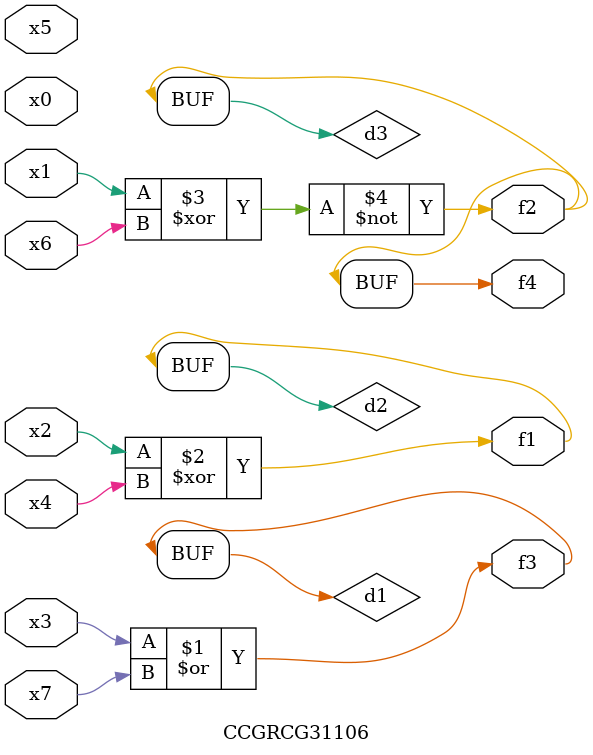
<source format=v>
module CCGRCG31106(
	input x0, x1, x2, x3, x4, x5, x6, x7,
	output f1, f2, f3, f4
);

	wire d1, d2, d3;

	or (d1, x3, x7);
	xor (d2, x2, x4);
	xnor (d3, x1, x6);
	assign f1 = d2;
	assign f2 = d3;
	assign f3 = d1;
	assign f4 = d3;
endmodule

</source>
